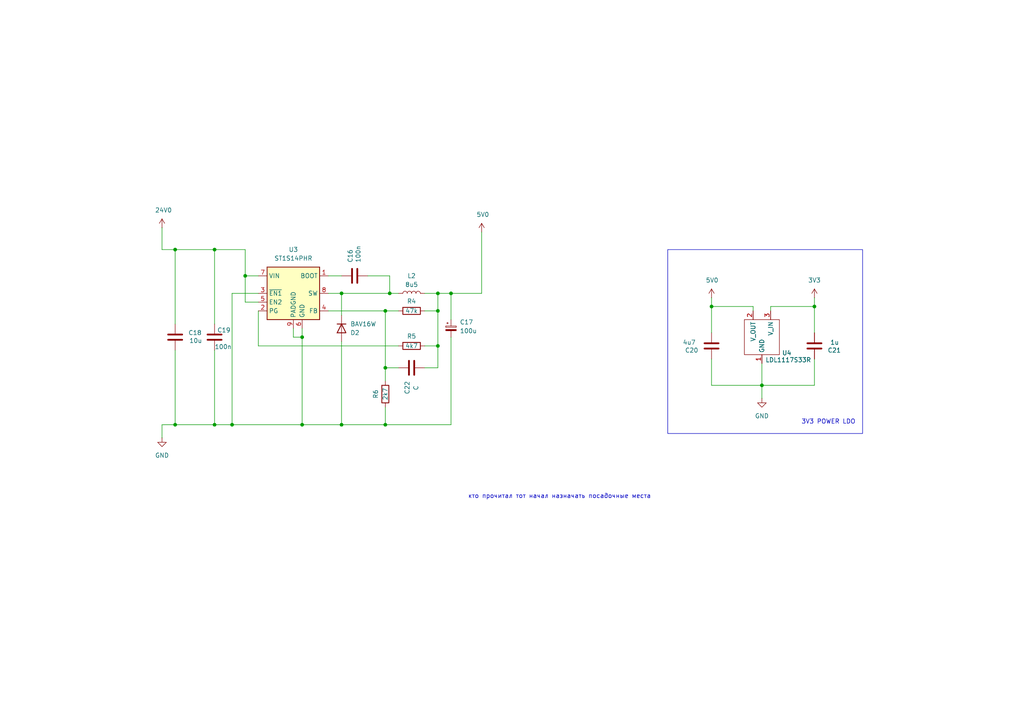
<source format=kicad_sch>
(kicad_sch (version 20250114) (generator "eeschema") (generator_version "9.0")
  (paper "A4")
  (lib_symbols
    (symbol "Device:C" (pin_numbers (hide yes)) (pin_names (offset 0.254))
      (property "Reference" "C" (at 0.635 2.54 0))
      (property "Value" "C" (at 0.635 -2.54 0))
      (symbol "C_0_1"
        (polyline (pts (xy -2.032 0.762) (xy 2.032 0.762)) (stroke (width 0.508)))
        (polyline (pts (xy -2.032 -0.762) (xy 2.032 -0.762)) (stroke (width 0.508)))
      )
      (symbol "C_1_1"
        (pin passive line (at 0 3.81 270) (length 2.794) (name "~") (number "1"))
        (pin passive line (at 0 -3.81 90) (length 2.794) (name "~") (number "2"))
      )
    )
    (symbol "Device:C_Polarized_Small" (pin_numbers (hide yes)) (pin_names (offset 0.254) (hide yes))
      (property "Reference" "C" (at 0.254 1.778 0))
      (property "Value" "C_Polarized_Small" (at 0.254 -2.032 0))
      (symbol "C_Polarized_Small_0_1"
        (rectangle (start -1.524 0.6858) (end 1.524 0.3048))
        (rectangle (start -1.524 -0.3048) (end 1.524 -0.6858) (fill (type outline)))
        (polyline (pts (xy -1.27 1.524) (xy -0.762 1.524)))
        (polyline (pts (xy -1.016 1.27) (xy -1.016 1.778)))
      )
      (symbol "C_Polarized_Small_1_1"
        (pin passive line (at 0 2.54 270) (length 1.8542) (name "~") (number "1"))
        (pin passive line (at 0 -2.54 90) (length 1.8542) (name "~") (number "2"))
      )
    )
    (symbol "Device:L" (pin_numbers (hide yes)) (pin_names (offset 1.016) (hide yes))
      (property "Reference" "L" (at -1.27 0 90))
      (property "Value" "L" (at 1.905 0 90))
      (symbol "L_0_1"
        (arc (start 0 2.54) (mid 0.6323 1.905) (end 0 1.27))
        (arc (start 0 1.27) (mid 0.6323 0.635) (end 0 0))
        (arc (start 0 0) (mid 0.6323 -0.635) (end 0 -1.27))
        (arc (start 0 -1.27) (mid 0.6323 -1.905) (end 0 -2.54))
      )
      (symbol "L_1_1"
        (pin passive line (at 0 3.81 270) (length 1.27) (name "1") (number "1"))
        (pin passive line (at 0 -3.81 90) (length 1.27) (name "2") (number "2"))
      )
    )
    (symbol "Device:R" (pin_numbers (hide yes)) (pin_names (offset 0))
      (property "Reference" "R" (at 2.032 0 90))
      (property "Value" "R" (at 0 0 90))
      (symbol "R_0_1"
        (rectangle (start -1.016 -2.54) (end 1.016 2.54) (stroke (width 0.254)))
      )
      (symbol "R_1_1"
        (pin passive line (at 0 3.81 270) (length 1.27) (name "~") (number "1"))
        (pin passive line (at 0 -3.81 90) (length 1.27) (name "~") (number "2"))
      )
    )
    (symbol "Diode:BAV16W" (pin_numbers (hide yes)) (pin_names (hide yes))
      (property "Reference" "D" (at 0 2.54 0))
      (property "Value" "BAV16W" (at 0 -2.54 0))
      (symbol "BAV16W_0_1"
        (polyline (pts (xy -1.27 1.27) (xy -1.27 -1.27)) (stroke (width 0.254)))
        (polyline (pts (xy 1.27 1.27) (xy 1.27 -1.27) (xy -1.27 0) (xy 1.27 1.27)) (stroke (width 0.254)))
        (polyline (pts (xy 1.27 0) (xy -1.27 0)))
      )
      (symbol "BAV16W_1_1"
        (pin passive line (at -3.81 0 0) (length 2.54) (name "K") (number "1"))
        (pin passive line (at 3.81 0 180) (length 2.54) (name "A") (number "2"))
      )
    )
    (symbol "Regulator_Switching:ST1S14PHR"
      (property "Reference" "U" (at -8.255 8.89 0))
      (property "Value" "ST1S14PHR" (at 0 8.89 0))
      (symbol "ST1S14PHR_0_1"
        (rectangle (start 7.62 7.62) (end -7.62 -7.62) (stroke (width 0.254)) (fill (type background)))
      )
      (symbol "ST1S14PHR_1_1"
        (pin power_in line (at -10.16 5.08 0) (length 2.54) (name "VIN") (number "7"))
        (pin input line (at -10.16 0 0) (length 2.54) (name "~{EN1}") (number "3"))
        (pin input line (at -10.16 -2.54 0) (length 2.54) (name "EN2") (number "5"))
        (pin output line (at -10.16 -5.08 0) (length 2.54) (name "PG") (number "2"))
        (pin power_in line (at 0 -10.16 90) (length 2.54) (name "PADGND") (number "9"))
        (pin power_in line (at 2.54 -10.16 90) (length 2.54) (name "GND") (number "6"))
        (pin input line (at 10.16 5.08 180) (length 2.54) (name "BOOT") (number "1"))
        (pin output line (at 10.16 0 180) (length 2.54) (name "SW") (number "8"))
        (pin input line (at 10.16 -5.08 180) (length 2.54) (name "FB") (number "4"))
      )
    )
    (symbol "power:+1V1" (power) (pin_numbers (hide yes)) (pin_names (offset 0) (hide yes))
      (property "Value" "+1V1" (at 0 3.556 0))
      (symbol "+1V1_0_1"
        (polyline (pts (xy -0.762 1.27) (xy 0 2.54)))
        (polyline (pts (xy 0 2.54) (xy 0.762 1.27)))
        (polyline (pts (xy 0 0) (xy 0 2.54)))
      )
      (symbol "+1V1_1_1"
        (pin power_in line (at 0 0 90) (length 0) (name "~") (number "1"))
      )
    )
    (symbol "power:GND" (power) (pin_numbers (hide yes)) (pin_names (offset 0) (hide yes))
      (property "Value" "GND" (at 0 -3.81 0))
      (symbol "GND_0_1"
        (polyline (pts (xy 0 0) (xy 0 -1.27) (xy 1.27 -1.27) (xy 0 -2.54) (xy -1.27 -1.27) (xy 0 -1.27)))
      )
      (symbol "GND_1_1"
        (pin power_in line (at 0 0 270) (length 0) (name "~") (number "1"))
      )
    )
    (symbol "user_lib:LDL1117S33R"
      (property "Reference" "U" (at -11.43 1.27 0))
      (property "Value" "LDL1117S33R" (at -11.938 -1.524 0))
      (symbol "LDL1117S33R_0_1"
        (rectangle (start -5.08 5.08) (end 5.08 -5.08))
      )
      (symbol "LDL1117S33R_1_1"
        (pin input line (at -2.54 7.62 270) (length 2.54) (name "V_OUT") (number "2"))
        (pin input line (at 0 -7.62 90) (length 2.54) (name "GND") (number "1"))
        (pin input line (at 2.54 7.62 270) (length 2.54) (name "V_IN") (number "3"))
      )
    )
  )
  (rectangle (start 193.675 72.39) (end 250.19 125.73))
  (text "3V3 POWER LDO" (at 240.284 122.428 0) (effects (font (size 1.27 1.27))))
  (text "кто прочитал тот начал назначать посадочные места" (at 162.306 144.018 0) (effects (font (size 1.27 1.27))))
  (junction (at 99.06 123.19))
  (junction (at 220.98 111.76))
  (junction (at 127 85.09))
  (junction (at 206.375 88.9))
  (junction (at 236.22 88.9))
  (junction (at 111.76 106.68))
  (junction (at 50.8 72.39))
  (junction (at 62.23 72.39))
  (junction (at 99.06 85.09))
  (junction (at 127 90.17))
  (junction (at 130.81 85.09))
  (junction (at 50.8 123.19))
  (junction (at 87.63 123.19))
  (junction (at 127 100.33))
  (junction (at 111.76 90.17))
  (junction (at 62.23 123.19))
  (junction (at 71.12 80.01))
  (junction (at 113.03 85.09))
  (junction (at 87.63 97.79))
  (junction (at 67.31 123.19))
  (junction (at 111.76 123.19))
  (wire (pts (xy 62.23 72.39) (xy 71.12 72.39)))
  (wire (pts (xy 87.63 97.79) (xy 87.63 123.19)))
  (wire (pts (xy 236.22 88.9) (xy 223.52 88.9)))
  (wire (pts (xy 111.76 90.17) (xy 111.76 106.68)))
  (wire (pts (xy 127 85.09) (xy 127 90.17)))
  (wire (pts (xy 50.8 123.19) (xy 62.23 123.19)))
  (wire (pts (xy 127 85.09) (xy 130.81 85.09)))
  (wire (pts (xy 74.93 87.63) (xy 71.12 87.63)))
  (wire (pts (xy 220.98 105.41) (xy 220.98 111.76)))
  (wire (pts (xy 46.99 127) (xy 46.99 123.19)))
  (wire (pts (xy 62.23 123.19) (xy 67.31 123.19)))
  (wire (pts (xy 99.06 85.09) (xy 113.03 85.09)))
  (wire (pts (xy 46.99 66.04) (xy 46.99 72.39)))
  (wire (pts (xy 99.06 85.09) (xy 99.06 91.44)))
  (wire (pts (xy 218.44 88.9) (xy 218.44 90.17)))
  (wire (pts (xy 71.12 80.01) (xy 71.12 87.63)))
  (wire (pts (xy 67.31 85.09) (xy 67.31 123.19)))
  (wire (pts (xy 111.76 123.19) (xy 130.81 123.19)))
  (wire (pts (xy 127 100.33) (xy 127 90.17)))
  (wire (pts (xy 236.22 88.9) (xy 236.22 96.52)))
  (wire (pts (xy 95.25 90.17) (xy 111.76 90.17)))
  (wire (pts (xy 50.8 72.39) (xy 62.23 72.39)))
  (wire (pts (xy 113.03 85.09) (xy 115.57 85.09)))
  (wire (pts (xy 99.06 123.19) (xy 111.76 123.19)))
  (wire (pts (xy 99.06 99.06) (xy 99.06 123.19)))
  (wire (pts (xy 236.22 104.14) (xy 236.22 111.76)))
  (wire (pts (xy 111.76 118.11) (xy 111.76 123.19)))
  (wire (pts (xy 236.22 86.36) (xy 236.22 88.9)))
  (wire (pts (xy 62.23 101.6) (xy 62.23 123.19)))
  (wire (pts (xy 130.81 85.09) (xy 139.7 85.09)))
  (wire (pts (xy 123.19 90.17) (xy 127 90.17)))
  (wire (pts (xy 115.57 106.68) (xy 111.76 106.68)))
  (wire (pts (xy 74.93 85.09) (xy 67.31 85.09)))
  (wire (pts (xy 127 100.33) (xy 127 106.68)))
  (wire (pts (xy 220.98 111.76) (xy 236.22 111.76)))
  (wire (pts (xy 46.99 123.19) (xy 50.8 123.19)))
  (wire (pts (xy 111.76 106.68) (xy 111.76 110.49)))
  (wire (pts (xy 139.7 67.31) (xy 139.7 85.09)))
  (wire (pts (xy 223.52 88.9) (xy 223.52 90.17)))
  (wire (pts (xy 130.81 85.09) (xy 130.81 92.71)))
  (wire (pts (xy 113.03 80.01) (xy 113.03 85.09)))
  (wire (pts (xy 113.03 80.01) (xy 106.68 80.01)))
  (wire (pts (xy 71.12 80.01) (xy 74.93 80.01)))
  (wire (pts (xy 95.25 80.01) (xy 99.06 80.01)))
  (wire (pts (xy 67.31 123.19) (xy 87.63 123.19)))
  (wire (pts (xy 46.99 72.39) (xy 50.8 72.39)))
  (wire (pts (xy 87.63 95.25) (xy 87.63 97.79)))
  (wire (pts (xy 85.09 97.79) (xy 87.63 97.79)))
  (wire (pts (xy 206.375 111.76) (xy 206.375 104.14)))
  (wire (pts (xy 130.81 97.79) (xy 130.81 123.19)))
  (wire (pts (xy 206.375 88.9) (xy 206.375 96.52)))
  (wire (pts (xy 111.76 90.17) (xy 115.57 90.17)))
  (wire (pts (xy 74.93 100.33) (xy 115.57 100.33)))
  (wire (pts (xy 50.8 72.39) (xy 50.8 93.98)))
  (wire (pts (xy 87.63 123.19) (xy 99.06 123.19)))
  (wire (pts (xy 50.8 101.6) (xy 50.8 123.19)))
  (wire (pts (xy 206.375 86.36) (xy 206.375 88.9)))
  (wire (pts (xy 62.23 72.39) (xy 62.23 93.98)))
  (wire (pts (xy 85.09 95.25) (xy 85.09 97.79)))
  (wire (pts (xy 127 106.68) (xy 123.19 106.68)))
  (wire (pts (xy 220.98 111.76) (xy 220.98 115.57)))
  (wire (pts (xy 123.19 85.09) (xy 127 85.09)))
  (wire (pts (xy 220.98 111.76) (xy 206.375 111.76)))
  (wire (pts (xy 71.12 72.39) (xy 71.12 80.01)))
  (wire (pts (xy 74.93 100.33) (xy 74.93 90.17)))
  (wire (pts (xy 206.375 88.9) (xy 218.44 88.9)))
  (wire (pts (xy 95.25 85.09) (xy 99.06 85.09)))
  (wire (pts (xy 123.19 100.33) (xy 127 100.33)))
  (symbol (lib_id "Device:C") (at 50.8 97.79 0) (unit 1)
    (property "Reference" "C18" (at 54.61 96.5199 0) (effects (justify left)))
    (property "Value" "10u" (at 54.864 98.806 0) (effects (justify left)))
    (property "Footprint" "Capacitor_SMD:C_0603_1608Metric" (effects (hide yes)))
    (property "Description" "Unpolarized capacitor" (effects (hide yes)))
  )
  (symbol (lib_id "Device:R") (at 119.38 90.17 90) (unit 1)
    (property "Reference" "R4" (at 119.38 87.376 90))
    (property "Value" "47k" (at 119.38 90.17 90))
    (property "Footprint" "Resistor_SMD:R_0603_1608Metric" (effects (hide yes)))
    (property "Мин. кол-во" "1000" (effects (hide yes)))
    (property "Ссылка" "https://www.promelec.ru/product/344748/" (effects (hide yes)))
    (property "Цена" "1" (effects (hide yes)))
    (property "Человекопонятное название" "Толстопленочный ЧИП-резистор 0603 10кОм" (effects (hide yes)))
  )
  (symbol (lib_id "Regulator_Switching:ST1S14PHR") (at 85.09 85.09 0) (unit 1)
    (property "Reference" "U3" (at 85.09 72.39 0))
    (property "Value" "ST1S14PHR" (at 85.09 74.93 0))
    (property "Footprint" "Package_SO:TI_SO-PowerPAD-8" (effects (hide yes)))
    (property "Datasheet" "http://www.st.com/internet/com/TECHNICAL_RESOURCES/TECHNICAL_LITERATURE/DATASHEET/CD00285678.pdf" (effects (hide yes)))
    (property "Description" "3A step-down switching regulator, Adjustable Output Voltage, 5.5-48V Input Voltage, 850kHz, PowerSO-8" (effects (hide yes)))
  )
  (symbol (lib_id "Device:C") (at 119.38 106.68 90) (mirror x) (unit 1)
    (property "Reference" "C22" (at 118.1099 110.49 0) (effects (justify left)))
    (property "Value" "C" (at 120.65 111.76 0) (effects (justify left)))
    (property "Footprint" "Capacitor_SMD:C_0603_1608Metric" (effects (hide yes)))
    (property "Description" "Unpolarized capacitor" (effects (hide yes)))
  )
  (symbol (lib_id "Device:R") (at 111.76 114.3 180) (unit 1)
    (property "Reference" "R6" (at 108.966 114.3 90))
    (property "Value" "2k7" (at 111.76 114.3 90))
    (property "Footprint" "Resistor_SMD:R_0603_1608Metric" (effects (hide yes)))
    (property "Мин. кол-во" "1000" (effects (hide yes)))
    (property "Ссылка" "https://www.promelec.ru/product/344748/" (effects (hide yes)))
    (property "Цена" "1" (effects (hide yes)))
    (property "Человекопонятное название" "Толстопленочный ЧИП-резистор 0603 10кОм" (effects (hide yes)))
  )
  (symbol (lib_id "Device:C_Polarized_Small") (at 130.81 95.25 0) (unit 1)
    (property "Reference" "C17" (at 133.35 93.4338 0) (effects (justify left)))
    (property "Value" "100u" (at 133.35 95.9738 0) (effects (justify left)))
    (property "Footprint" "Capacitor_THT:CP_Radial_D5.0mm_P2.00mm" (effects (hide yes)))
    (property "Description" "Polarized capacitor, small symbol" (effects (hide yes)))
    (property "Мин. кол-во" "300" (effects (hide yes)))
    (property "Ссылка" "https://www.promelec.ru/product/323633/" (effects (hide yes)))
    (property "Цена" "2" (effects (hide yes)))
    (property "Человекопонятное название" "Керамический ЧИП-конденсатор 0603 X7R 0.1мкФ" (effects (hide yes)))
  )
  (symbol (lib_id "power:+1V1") (at 46.99 66.04 0) (unit 1)
    (property "Reference" "#PWR022" (effects (hide yes)))
    (property "Value" "24V0" (at 44.958 60.96 0) (effects (justify left)))
    (property "Description" "Power symbol creates a global label with name \"+1V1\"" (effects (hide yes)))
  )
  (symbol (lib_id "Device:C") (at 102.87 80.01 90) (unit 1)
    (property "Reference" "C16" (at 101.5999 76.2 0) (effects (justify left)))
    (property "Value" "100n" (at 103.886 76.2 0) (effects (justify left)))
    (property "Footprint" "Capacitor_SMD:C_0603_1608Metric" (effects (hide yes)))
    (property "Description" "Unpolarized capacitor" (effects (hide yes)))
  )
  (symbol (lib_id "Device:L") (at 119.38 85.09 90) (unit 1)
    (property "Reference" "L2" (at 119.38 80.01 90))
    (property "Value" "8u5" (at 119.38 82.55 90))
    (property "Footprint" "user:CTSFW7050F" (effects (hide yes)))
    (property "Datasheet" "https://www.lcsc.com/datasheet/lcsc_datasheet_2311150110_Central-Semicon-CTSFW7050F-6R5M_C17401473.pdf" (effects (hide yes)))
    (property "Description" "Inductor" (effects (hide yes)))
  )
  (symbol (lib_id "Device:C") (at 206.375 100.33 180) (unit 1)
    (property "Reference" "C20" (at 202.565 101.6001 0) (effects (justify left)))
    (property "Value" "4u7" (at 201.803 99.314 0) (effects (justify left)))
    (property "Footprint" "Capacitor_SMD:C_0603_1608Metric" (effects (hide yes)))
    (property "Description" "Unpolarized capacitor" (effects (hide yes)))
  )
  (symbol (lib_id "Device:C") (at 236.22 100.33 0) (mirror x) (unit 1)
    (property "Reference" "C21" (at 240.03 101.6001 0) (effects (justify left)))
    (property "Value" "1u" (at 240.792 99.314 0) (effects (justify left)))
    (property "Footprint" "Capacitor_SMD:C_0603_1608Metric" (effects (hide yes)))
    (property "Description" "Unpolarized capacitor" (effects (hide yes)))
  )
  (symbol (lib_id "Device:C") (at 62.23 97.79 0) (unit 1)
    (property "Reference" "C19" (at 62.992 95.758 0) (effects (justify left)))
    (property "Value" "100n" (at 62.23 100.584 0) (effects (justify left)))
    (property "Footprint" "Capacitor_SMD:C_0603_1608Metric" (effects (hide yes)))
    (property "Description" "Unpolarized capacitor" (effects (hide yes)))
  )
  (symbol (lib_id "power:GND") (at 220.98 115.57 0) (mirror y) (unit 1)
    (property "Reference" "#PWR026" (effects (hide yes)))
    (property "Value" "GND" (at 220.98 120.65 0))
    (property "Description" "Power symbol creates a global label with name \"GND\" , ground" (effects (hide yes)))
  )
  (symbol (lib_id "power:+1V1") (at 206.375 86.36 0) (mirror y) (unit 1)
    (property "Reference" "#PWR024" (effects (hide yes)))
    (property "Value" "5V0" (at 208.407 81.28 0) (effects (justify left)))
    (property "Description" "Power symbol creates a global label with name \"+1V1\"" (effects (hide yes)))
  )
  (symbol (lib_id "power:GND") (at 46.99 127 0) (unit 1)
    (property "Reference" "#PWR027" (effects (hide yes)))
    (property "Value" "GND" (at 46.99 132.08 0))
    (property "Description" "Power symbol creates a global label with name \"GND\" , ground" (effects (hide yes)))
  )
  (symbol (lib_id "user_lib:LDL1117S33R") (at 220.98 97.79 0) (unit 1)
    (property "Reference" "U4" (at 226.822 102.362 0) (effects (justify left)))
    (property "Value" "LDL1117S33R" (at 221.996 104.394 0) (effects (justify left)))
    (property "Footprint" "Package_TO_SOT_SMD:SOT-223-3_TabPin2" (effects (hide yes)))
  )
  (symbol (lib_id "Device:R") (at 119.38 100.33 90) (unit 1)
    (property "Reference" "R5" (at 119.38 97.536 90))
    (property "Value" "4k7" (at 119.38 100.33 90))
    (property "Footprint" "Resistor_SMD:R_0603_1608Metric" (effects (hide yes)))
    (property "Мин. кол-во" "1000" (effects (hide yes)))
    (property "Ссылка" "https://www.promelec.ru/product/344748/" (effects (hide yes)))
    (property "Цена" "1" (effects (hide yes)))
    (property "Человекопонятное название" "Толстопленочный ЧИП-резистор 0603 10кОм" (effects (hide yes)))
  )
  (symbol (lib_id "Diode:BAV16W") (at 99.06 95.25 90) (mirror x) (unit 1)
    (property "Reference" "D2" (at 101.6 96.5201 90) (effects (justify right)))
    (property "Value" "BAV16W" (at 101.6 93.9801 90) (effects (justify right)))
    (property "Footprint" "Diode_SMD:D_SOD-123" (effects (hide yes)))
    (property "Datasheet" "https://www.diodes.com/assets/Datasheets/ds30086.pdf" (effects (hide yes)))
    (property "Description" "75V 0.15A Fast Switching Diode, SOD-123" (effects (hide yes)))
    (property "Sim.Device" "D" (effects (hide yes)))
    (property "Sim.Pins" "1=K 2=A" (effects (hide yes)))
  )
  (symbol (lib_id "power:+1V1") (at 236.22 86.36 0) (mirror y) (unit 1)
    (property "Reference" "#PWR025" (effects (hide yes)))
    (property "Value" "3V3" (at 236.22 81.28 0))
    (property "Description" "Power symbol creates a global label with name \"+1V1\"" (effects (hide yes)))
  )
  (symbol (lib_id "power:+1V1") (at 139.7 67.31 0) (unit 1)
    (property "Reference" "#PWR023" (effects (hide yes)))
    (property "Value" "5V0" (at 138.176 62.23 0) (effects (justify left)))
    (property "Description" "Power symbol creates a global label with name \"+1V1\"" (effects (hide yes)))
  )
)
</source>
